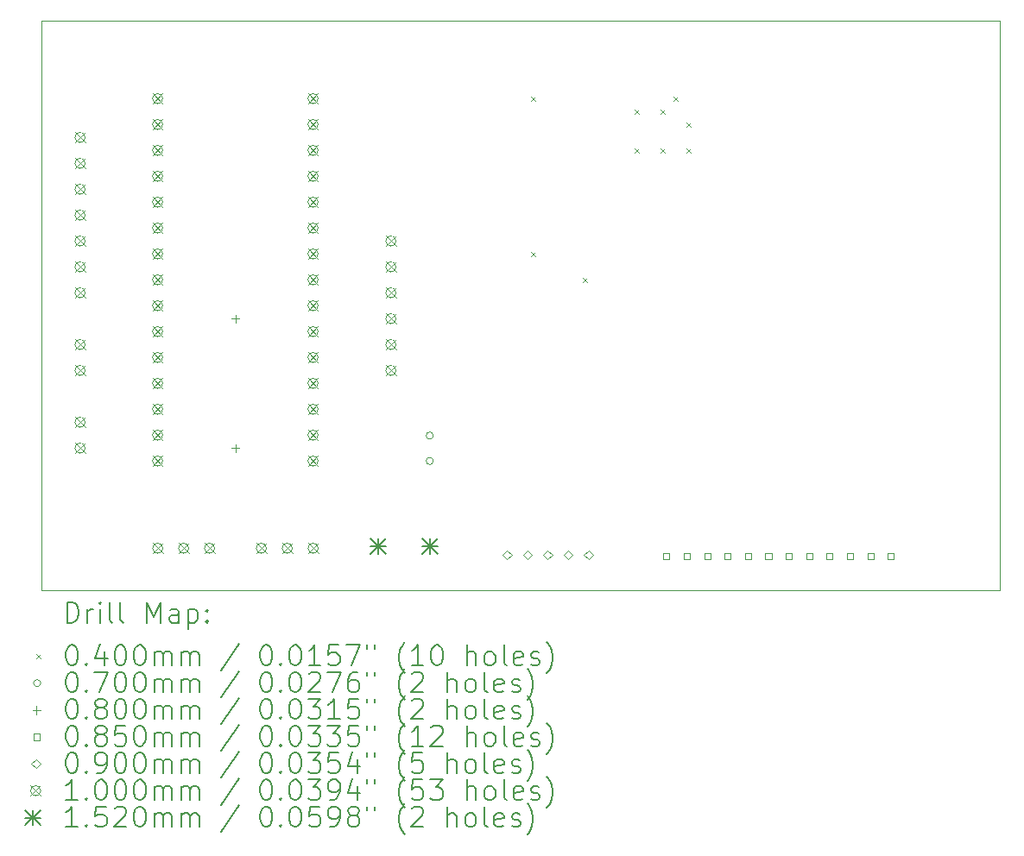
<source format=gbr>
%TF.GenerationSoftware,KiCad,Pcbnew,(6.0.8)*%
%TF.CreationDate,2023-02-04T19:59:25+01:00*%
%TF.ProjectId,Research Prototype,52657365-6172-4636-9820-50726f746f74,rev?*%
%TF.SameCoordinates,Original*%
%TF.FileFunction,Drillmap*%
%TF.FilePolarity,Positive*%
%FSLAX45Y45*%
G04 Gerber Fmt 4.5, Leading zero omitted, Abs format (unit mm)*
G04 Created by KiCad (PCBNEW (6.0.8)) date 2023-02-04 19:59:25*
%MOMM*%
%LPD*%
G01*
G04 APERTURE LIST*
%ADD10C,0.100000*%
%ADD11C,0.200000*%
%ADD12C,0.040000*%
%ADD13C,0.070000*%
%ADD14C,0.080000*%
%ADD15C,0.085000*%
%ADD16C,0.090000*%
%ADD17C,0.152000*%
G04 APERTURE END LIST*
D10*
X21082000Y-10160000D02*
X11684000Y-10160000D01*
X11684000Y-10160000D02*
X11684000Y-4572000D01*
X21082000Y-4572000D02*
X21082000Y-10160000D01*
X11684000Y-4572000D02*
X21082000Y-4572000D01*
D11*
D12*
X16490000Y-5314000D02*
X16530000Y-5354000D01*
X16530000Y-5314000D02*
X16490000Y-5354000D01*
X16490000Y-6838000D02*
X16530000Y-6878000D01*
X16530000Y-6838000D02*
X16490000Y-6878000D01*
X16998000Y-7092000D02*
X17038000Y-7132000D01*
X17038000Y-7092000D02*
X16998000Y-7132000D01*
X17506000Y-5441000D02*
X17546000Y-5481000D01*
X17546000Y-5441000D02*
X17506000Y-5481000D01*
X17506000Y-5822000D02*
X17546000Y-5862000D01*
X17546000Y-5822000D02*
X17506000Y-5862000D01*
X17760000Y-5441000D02*
X17800000Y-5481000D01*
X17800000Y-5441000D02*
X17760000Y-5481000D01*
X17760000Y-5822000D02*
X17800000Y-5862000D01*
X17800000Y-5822000D02*
X17760000Y-5862000D01*
X17887000Y-5314000D02*
X17927000Y-5354000D01*
X17927000Y-5314000D02*
X17887000Y-5354000D01*
X18014000Y-5568000D02*
X18054000Y-5608000D01*
X18054000Y-5568000D02*
X18014000Y-5608000D01*
X18014000Y-5822000D02*
X18054000Y-5862000D01*
X18054000Y-5822000D02*
X18014000Y-5862000D01*
D13*
X15529000Y-8640000D02*
G75*
G03*
X15529000Y-8640000I-35000J0D01*
G01*
X15529000Y-8890000D02*
G75*
G03*
X15529000Y-8890000I-35000J0D01*
G01*
D14*
X13589000Y-7453000D02*
X13589000Y-7533000D01*
X13549000Y-7493000D02*
X13629000Y-7493000D01*
X13589000Y-8723000D02*
X13589000Y-8803000D01*
X13549000Y-8763000D02*
X13629000Y-8763000D01*
D15*
X17845252Y-9854452D02*
X17845252Y-9794348D01*
X17785148Y-9794348D01*
X17785148Y-9854452D01*
X17845252Y-9854452D01*
X18045252Y-9854452D02*
X18045252Y-9794348D01*
X17985148Y-9794348D01*
X17985148Y-9854452D01*
X18045252Y-9854452D01*
X18245252Y-9854452D02*
X18245252Y-9794348D01*
X18185148Y-9794348D01*
X18185148Y-9854452D01*
X18245252Y-9854452D01*
X18445252Y-9854452D02*
X18445252Y-9794348D01*
X18385148Y-9794348D01*
X18385148Y-9854452D01*
X18445252Y-9854452D01*
X18645252Y-9854452D02*
X18645252Y-9794348D01*
X18585148Y-9794348D01*
X18585148Y-9854452D01*
X18645252Y-9854452D01*
X18845252Y-9854452D02*
X18845252Y-9794348D01*
X18785148Y-9794348D01*
X18785148Y-9854452D01*
X18845252Y-9854452D01*
X19045252Y-9854452D02*
X19045252Y-9794348D01*
X18985148Y-9794348D01*
X18985148Y-9854452D01*
X19045252Y-9854452D01*
X19245252Y-9854452D02*
X19245252Y-9794348D01*
X19185148Y-9794348D01*
X19185148Y-9854452D01*
X19245252Y-9854452D01*
X19445252Y-9854452D02*
X19445252Y-9794348D01*
X19385148Y-9794348D01*
X19385148Y-9854452D01*
X19445252Y-9854452D01*
X19645252Y-9854452D02*
X19645252Y-9794348D01*
X19585148Y-9794348D01*
X19585148Y-9854452D01*
X19645252Y-9854452D01*
X19845252Y-9854452D02*
X19845252Y-9794348D01*
X19785148Y-9794348D01*
X19785148Y-9854452D01*
X19845252Y-9854452D01*
X20045252Y-9854452D02*
X20045252Y-9794348D01*
X19985148Y-9794348D01*
X19985148Y-9854452D01*
X20045252Y-9854452D01*
D16*
X16252000Y-9854800D02*
X16297000Y-9809800D01*
X16252000Y-9764800D01*
X16207000Y-9809800D01*
X16252000Y-9854800D01*
X16452000Y-9854800D02*
X16497000Y-9809800D01*
X16452000Y-9764800D01*
X16407000Y-9809800D01*
X16452000Y-9854800D01*
X16652000Y-9854800D02*
X16697000Y-9809800D01*
X16652000Y-9764800D01*
X16607000Y-9809800D01*
X16652000Y-9854800D01*
X16852000Y-9854800D02*
X16897000Y-9809800D01*
X16852000Y-9764800D01*
X16807000Y-9809800D01*
X16852000Y-9854800D01*
X17052000Y-9854800D02*
X17097000Y-9809800D01*
X17052000Y-9764800D01*
X17007000Y-9809800D01*
X17052000Y-9854800D01*
D10*
X12015000Y-5665000D02*
X12115000Y-5765000D01*
X12115000Y-5665000D02*
X12015000Y-5765000D01*
X12115000Y-5715000D02*
G75*
G03*
X12115000Y-5715000I-50000J0D01*
G01*
X12015000Y-5919000D02*
X12115000Y-6019000D01*
X12115000Y-5919000D02*
X12015000Y-6019000D01*
X12115000Y-5969000D02*
G75*
G03*
X12115000Y-5969000I-50000J0D01*
G01*
X12015000Y-6173000D02*
X12115000Y-6273000D01*
X12115000Y-6173000D02*
X12015000Y-6273000D01*
X12115000Y-6223000D02*
G75*
G03*
X12115000Y-6223000I-50000J0D01*
G01*
X12015000Y-6427000D02*
X12115000Y-6527000D01*
X12115000Y-6427000D02*
X12015000Y-6527000D01*
X12115000Y-6477000D02*
G75*
G03*
X12115000Y-6477000I-50000J0D01*
G01*
X12015000Y-6681000D02*
X12115000Y-6781000D01*
X12115000Y-6681000D02*
X12015000Y-6781000D01*
X12115000Y-6731000D02*
G75*
G03*
X12115000Y-6731000I-50000J0D01*
G01*
X12015000Y-6935000D02*
X12115000Y-7035000D01*
X12115000Y-6935000D02*
X12015000Y-7035000D01*
X12115000Y-6985000D02*
G75*
G03*
X12115000Y-6985000I-50000J0D01*
G01*
X12015000Y-7189000D02*
X12115000Y-7289000D01*
X12115000Y-7189000D02*
X12015000Y-7289000D01*
X12115000Y-7239000D02*
G75*
G03*
X12115000Y-7239000I-50000J0D01*
G01*
X12015000Y-7697000D02*
X12115000Y-7797000D01*
X12115000Y-7697000D02*
X12015000Y-7797000D01*
X12115000Y-7747000D02*
G75*
G03*
X12115000Y-7747000I-50000J0D01*
G01*
X12015000Y-7951000D02*
X12115000Y-8051000D01*
X12115000Y-7951000D02*
X12015000Y-8051000D01*
X12115000Y-8001000D02*
G75*
G03*
X12115000Y-8001000I-50000J0D01*
G01*
X12015000Y-8459000D02*
X12115000Y-8559000D01*
X12115000Y-8459000D02*
X12015000Y-8559000D01*
X12115000Y-8509000D02*
G75*
G03*
X12115000Y-8509000I-50000J0D01*
G01*
X12015000Y-8713000D02*
X12115000Y-8813000D01*
X12115000Y-8713000D02*
X12015000Y-8813000D01*
X12115000Y-8763000D02*
G75*
G03*
X12115000Y-8763000I-50000J0D01*
G01*
X12776000Y-5284000D02*
X12876000Y-5384000D01*
X12876000Y-5284000D02*
X12776000Y-5384000D01*
X12876000Y-5334000D02*
G75*
G03*
X12876000Y-5334000I-50000J0D01*
G01*
X12776000Y-5538000D02*
X12876000Y-5638000D01*
X12876000Y-5538000D02*
X12776000Y-5638000D01*
X12876000Y-5588000D02*
G75*
G03*
X12876000Y-5588000I-50000J0D01*
G01*
X12776000Y-5792000D02*
X12876000Y-5892000D01*
X12876000Y-5792000D02*
X12776000Y-5892000D01*
X12876000Y-5842000D02*
G75*
G03*
X12876000Y-5842000I-50000J0D01*
G01*
X12776000Y-6046000D02*
X12876000Y-6146000D01*
X12876000Y-6046000D02*
X12776000Y-6146000D01*
X12876000Y-6096000D02*
G75*
G03*
X12876000Y-6096000I-50000J0D01*
G01*
X12776000Y-6300000D02*
X12876000Y-6400000D01*
X12876000Y-6300000D02*
X12776000Y-6400000D01*
X12876000Y-6350000D02*
G75*
G03*
X12876000Y-6350000I-50000J0D01*
G01*
X12776000Y-6554000D02*
X12876000Y-6654000D01*
X12876000Y-6554000D02*
X12776000Y-6654000D01*
X12876000Y-6604000D02*
G75*
G03*
X12876000Y-6604000I-50000J0D01*
G01*
X12776000Y-6808000D02*
X12876000Y-6908000D01*
X12876000Y-6808000D02*
X12776000Y-6908000D01*
X12876000Y-6858000D02*
G75*
G03*
X12876000Y-6858000I-50000J0D01*
G01*
X12776000Y-7062000D02*
X12876000Y-7162000D01*
X12876000Y-7062000D02*
X12776000Y-7162000D01*
X12876000Y-7112000D02*
G75*
G03*
X12876000Y-7112000I-50000J0D01*
G01*
X12776000Y-7316000D02*
X12876000Y-7416000D01*
X12876000Y-7316000D02*
X12776000Y-7416000D01*
X12876000Y-7366000D02*
G75*
G03*
X12876000Y-7366000I-50000J0D01*
G01*
X12776000Y-7570000D02*
X12876000Y-7670000D01*
X12876000Y-7570000D02*
X12776000Y-7670000D01*
X12876000Y-7620000D02*
G75*
G03*
X12876000Y-7620000I-50000J0D01*
G01*
X12776000Y-7824000D02*
X12876000Y-7924000D01*
X12876000Y-7824000D02*
X12776000Y-7924000D01*
X12876000Y-7874000D02*
G75*
G03*
X12876000Y-7874000I-50000J0D01*
G01*
X12776000Y-8078000D02*
X12876000Y-8178000D01*
X12876000Y-8078000D02*
X12776000Y-8178000D01*
X12876000Y-8128000D02*
G75*
G03*
X12876000Y-8128000I-50000J0D01*
G01*
X12776000Y-8332000D02*
X12876000Y-8432000D01*
X12876000Y-8332000D02*
X12776000Y-8432000D01*
X12876000Y-8382000D02*
G75*
G03*
X12876000Y-8382000I-50000J0D01*
G01*
X12776000Y-8586000D02*
X12876000Y-8686000D01*
X12876000Y-8586000D02*
X12776000Y-8686000D01*
X12876000Y-8636000D02*
G75*
G03*
X12876000Y-8636000I-50000J0D01*
G01*
X12776000Y-8840000D02*
X12876000Y-8940000D01*
X12876000Y-8840000D02*
X12776000Y-8940000D01*
X12876000Y-8890000D02*
G75*
G03*
X12876000Y-8890000I-50000J0D01*
G01*
X12777000Y-9696100D02*
X12877000Y-9796100D01*
X12877000Y-9696100D02*
X12777000Y-9796100D01*
X12877000Y-9746100D02*
G75*
G03*
X12877000Y-9746100I-50000J0D01*
G01*
X13031000Y-9696100D02*
X13131000Y-9796100D01*
X13131000Y-9696100D02*
X13031000Y-9796100D01*
X13131000Y-9746100D02*
G75*
G03*
X13131000Y-9746100I-50000J0D01*
G01*
X13285000Y-9696100D02*
X13385000Y-9796100D01*
X13385000Y-9696100D02*
X13285000Y-9796100D01*
X13385000Y-9746100D02*
G75*
G03*
X13385000Y-9746100I-50000J0D01*
G01*
X13793000Y-9696100D02*
X13893000Y-9796100D01*
X13893000Y-9696100D02*
X13793000Y-9796100D01*
X13893000Y-9746100D02*
G75*
G03*
X13893000Y-9746100I-50000J0D01*
G01*
X14047000Y-9696100D02*
X14147000Y-9796100D01*
X14147000Y-9696100D02*
X14047000Y-9796100D01*
X14147000Y-9746100D02*
G75*
G03*
X14147000Y-9746100I-50000J0D01*
G01*
X14300000Y-5284000D02*
X14400000Y-5384000D01*
X14400000Y-5284000D02*
X14300000Y-5384000D01*
X14400000Y-5334000D02*
G75*
G03*
X14400000Y-5334000I-50000J0D01*
G01*
X14300000Y-5538000D02*
X14400000Y-5638000D01*
X14400000Y-5538000D02*
X14300000Y-5638000D01*
X14400000Y-5588000D02*
G75*
G03*
X14400000Y-5588000I-50000J0D01*
G01*
X14300000Y-5792000D02*
X14400000Y-5892000D01*
X14400000Y-5792000D02*
X14300000Y-5892000D01*
X14400000Y-5842000D02*
G75*
G03*
X14400000Y-5842000I-50000J0D01*
G01*
X14300000Y-6046000D02*
X14400000Y-6146000D01*
X14400000Y-6046000D02*
X14300000Y-6146000D01*
X14400000Y-6096000D02*
G75*
G03*
X14400000Y-6096000I-50000J0D01*
G01*
X14300000Y-6300000D02*
X14400000Y-6400000D01*
X14400000Y-6300000D02*
X14300000Y-6400000D01*
X14400000Y-6350000D02*
G75*
G03*
X14400000Y-6350000I-50000J0D01*
G01*
X14300000Y-6554000D02*
X14400000Y-6654000D01*
X14400000Y-6554000D02*
X14300000Y-6654000D01*
X14400000Y-6604000D02*
G75*
G03*
X14400000Y-6604000I-50000J0D01*
G01*
X14300000Y-6808000D02*
X14400000Y-6908000D01*
X14400000Y-6808000D02*
X14300000Y-6908000D01*
X14400000Y-6858000D02*
G75*
G03*
X14400000Y-6858000I-50000J0D01*
G01*
X14300000Y-7062000D02*
X14400000Y-7162000D01*
X14400000Y-7062000D02*
X14300000Y-7162000D01*
X14400000Y-7112000D02*
G75*
G03*
X14400000Y-7112000I-50000J0D01*
G01*
X14300000Y-7316000D02*
X14400000Y-7416000D01*
X14400000Y-7316000D02*
X14300000Y-7416000D01*
X14400000Y-7366000D02*
G75*
G03*
X14400000Y-7366000I-50000J0D01*
G01*
X14300000Y-7570000D02*
X14400000Y-7670000D01*
X14400000Y-7570000D02*
X14300000Y-7670000D01*
X14400000Y-7620000D02*
G75*
G03*
X14400000Y-7620000I-50000J0D01*
G01*
X14300000Y-7824000D02*
X14400000Y-7924000D01*
X14400000Y-7824000D02*
X14300000Y-7924000D01*
X14400000Y-7874000D02*
G75*
G03*
X14400000Y-7874000I-50000J0D01*
G01*
X14300000Y-8078000D02*
X14400000Y-8178000D01*
X14400000Y-8078000D02*
X14300000Y-8178000D01*
X14400000Y-8128000D02*
G75*
G03*
X14400000Y-8128000I-50000J0D01*
G01*
X14300000Y-8332000D02*
X14400000Y-8432000D01*
X14400000Y-8332000D02*
X14300000Y-8432000D01*
X14400000Y-8382000D02*
G75*
G03*
X14400000Y-8382000I-50000J0D01*
G01*
X14300000Y-8586000D02*
X14400000Y-8686000D01*
X14400000Y-8586000D02*
X14300000Y-8686000D01*
X14400000Y-8636000D02*
G75*
G03*
X14400000Y-8636000I-50000J0D01*
G01*
X14300000Y-8840000D02*
X14400000Y-8940000D01*
X14400000Y-8840000D02*
X14300000Y-8940000D01*
X14400000Y-8890000D02*
G75*
G03*
X14400000Y-8890000I-50000J0D01*
G01*
X14301000Y-9696100D02*
X14401000Y-9796100D01*
X14401000Y-9696100D02*
X14301000Y-9796100D01*
X14401000Y-9746100D02*
G75*
G03*
X14401000Y-9746100I-50000J0D01*
G01*
X15063000Y-6681000D02*
X15163000Y-6781000D01*
X15163000Y-6681000D02*
X15063000Y-6781000D01*
X15163000Y-6731000D02*
G75*
G03*
X15163000Y-6731000I-50000J0D01*
G01*
X15063000Y-6935000D02*
X15163000Y-7035000D01*
X15163000Y-6935000D02*
X15063000Y-7035000D01*
X15163000Y-6985000D02*
G75*
G03*
X15163000Y-6985000I-50000J0D01*
G01*
X15063000Y-7189000D02*
X15163000Y-7289000D01*
X15163000Y-7189000D02*
X15063000Y-7289000D01*
X15163000Y-7239000D02*
G75*
G03*
X15163000Y-7239000I-50000J0D01*
G01*
X15063000Y-7443000D02*
X15163000Y-7543000D01*
X15163000Y-7443000D02*
X15063000Y-7543000D01*
X15163000Y-7493000D02*
G75*
G03*
X15163000Y-7493000I-50000J0D01*
G01*
X15063000Y-7697000D02*
X15163000Y-7797000D01*
X15163000Y-7697000D02*
X15063000Y-7797000D01*
X15163000Y-7747000D02*
G75*
G03*
X15163000Y-7747000I-50000J0D01*
G01*
X15063000Y-7951000D02*
X15163000Y-8051000D01*
X15163000Y-7951000D02*
X15063000Y-8051000D01*
X15163000Y-8001000D02*
G75*
G03*
X15163000Y-8001000I-50000J0D01*
G01*
D17*
X14910000Y-9652200D02*
X15062000Y-9804200D01*
X15062000Y-9652200D02*
X14910000Y-9804200D01*
X14986000Y-9652200D02*
X14986000Y-9804200D01*
X14910000Y-9728200D02*
X15062000Y-9728200D01*
X15418000Y-9652200D02*
X15570000Y-9804200D01*
X15570000Y-9652200D02*
X15418000Y-9804200D01*
X15494000Y-9652200D02*
X15494000Y-9804200D01*
X15418000Y-9728200D02*
X15570000Y-9728200D01*
D11*
X11936619Y-10475476D02*
X11936619Y-10275476D01*
X11984238Y-10275476D01*
X12012809Y-10285000D01*
X12031857Y-10304048D01*
X12041381Y-10323095D01*
X12050905Y-10361190D01*
X12050905Y-10389762D01*
X12041381Y-10427857D01*
X12031857Y-10446905D01*
X12012809Y-10465952D01*
X11984238Y-10475476D01*
X11936619Y-10475476D01*
X12136619Y-10475476D02*
X12136619Y-10342143D01*
X12136619Y-10380238D02*
X12146143Y-10361190D01*
X12155667Y-10351667D01*
X12174714Y-10342143D01*
X12193762Y-10342143D01*
X12260428Y-10475476D02*
X12260428Y-10342143D01*
X12260428Y-10275476D02*
X12250905Y-10285000D01*
X12260428Y-10294524D01*
X12269952Y-10285000D01*
X12260428Y-10275476D01*
X12260428Y-10294524D01*
X12384238Y-10475476D02*
X12365190Y-10465952D01*
X12355667Y-10446905D01*
X12355667Y-10275476D01*
X12489000Y-10475476D02*
X12469952Y-10465952D01*
X12460428Y-10446905D01*
X12460428Y-10275476D01*
X12717571Y-10475476D02*
X12717571Y-10275476D01*
X12784238Y-10418333D01*
X12850905Y-10275476D01*
X12850905Y-10475476D01*
X13031857Y-10475476D02*
X13031857Y-10370714D01*
X13022333Y-10351667D01*
X13003286Y-10342143D01*
X12965190Y-10342143D01*
X12946143Y-10351667D01*
X13031857Y-10465952D02*
X13012809Y-10475476D01*
X12965190Y-10475476D01*
X12946143Y-10465952D01*
X12936619Y-10446905D01*
X12936619Y-10427857D01*
X12946143Y-10408810D01*
X12965190Y-10399286D01*
X13012809Y-10399286D01*
X13031857Y-10389762D01*
X13127095Y-10342143D02*
X13127095Y-10542143D01*
X13127095Y-10351667D02*
X13146143Y-10342143D01*
X13184238Y-10342143D01*
X13203286Y-10351667D01*
X13212809Y-10361190D01*
X13222333Y-10380238D01*
X13222333Y-10437381D01*
X13212809Y-10456429D01*
X13203286Y-10465952D01*
X13184238Y-10475476D01*
X13146143Y-10475476D01*
X13127095Y-10465952D01*
X13308048Y-10456429D02*
X13317571Y-10465952D01*
X13308048Y-10475476D01*
X13298524Y-10465952D01*
X13308048Y-10456429D01*
X13308048Y-10475476D01*
X13308048Y-10351667D02*
X13317571Y-10361190D01*
X13308048Y-10370714D01*
X13298524Y-10361190D01*
X13308048Y-10351667D01*
X13308048Y-10370714D01*
D12*
X11639000Y-10785000D02*
X11679000Y-10825000D01*
X11679000Y-10785000D02*
X11639000Y-10825000D01*
D11*
X11974714Y-10695476D02*
X11993762Y-10695476D01*
X12012809Y-10705000D01*
X12022333Y-10714524D01*
X12031857Y-10733571D01*
X12041381Y-10771667D01*
X12041381Y-10819286D01*
X12031857Y-10857381D01*
X12022333Y-10876429D01*
X12012809Y-10885952D01*
X11993762Y-10895476D01*
X11974714Y-10895476D01*
X11955667Y-10885952D01*
X11946143Y-10876429D01*
X11936619Y-10857381D01*
X11927095Y-10819286D01*
X11927095Y-10771667D01*
X11936619Y-10733571D01*
X11946143Y-10714524D01*
X11955667Y-10705000D01*
X11974714Y-10695476D01*
X12127095Y-10876429D02*
X12136619Y-10885952D01*
X12127095Y-10895476D01*
X12117571Y-10885952D01*
X12127095Y-10876429D01*
X12127095Y-10895476D01*
X12308048Y-10762143D02*
X12308048Y-10895476D01*
X12260428Y-10685952D02*
X12212809Y-10828810D01*
X12336619Y-10828810D01*
X12450905Y-10695476D02*
X12469952Y-10695476D01*
X12489000Y-10705000D01*
X12498524Y-10714524D01*
X12508048Y-10733571D01*
X12517571Y-10771667D01*
X12517571Y-10819286D01*
X12508048Y-10857381D01*
X12498524Y-10876429D01*
X12489000Y-10885952D01*
X12469952Y-10895476D01*
X12450905Y-10895476D01*
X12431857Y-10885952D01*
X12422333Y-10876429D01*
X12412809Y-10857381D01*
X12403286Y-10819286D01*
X12403286Y-10771667D01*
X12412809Y-10733571D01*
X12422333Y-10714524D01*
X12431857Y-10705000D01*
X12450905Y-10695476D01*
X12641381Y-10695476D02*
X12660428Y-10695476D01*
X12679476Y-10705000D01*
X12689000Y-10714524D01*
X12698524Y-10733571D01*
X12708048Y-10771667D01*
X12708048Y-10819286D01*
X12698524Y-10857381D01*
X12689000Y-10876429D01*
X12679476Y-10885952D01*
X12660428Y-10895476D01*
X12641381Y-10895476D01*
X12622333Y-10885952D01*
X12612809Y-10876429D01*
X12603286Y-10857381D01*
X12593762Y-10819286D01*
X12593762Y-10771667D01*
X12603286Y-10733571D01*
X12612809Y-10714524D01*
X12622333Y-10705000D01*
X12641381Y-10695476D01*
X12793762Y-10895476D02*
X12793762Y-10762143D01*
X12793762Y-10781190D02*
X12803286Y-10771667D01*
X12822333Y-10762143D01*
X12850905Y-10762143D01*
X12869952Y-10771667D01*
X12879476Y-10790714D01*
X12879476Y-10895476D01*
X12879476Y-10790714D02*
X12889000Y-10771667D01*
X12908048Y-10762143D01*
X12936619Y-10762143D01*
X12955667Y-10771667D01*
X12965190Y-10790714D01*
X12965190Y-10895476D01*
X13060428Y-10895476D02*
X13060428Y-10762143D01*
X13060428Y-10781190D02*
X13069952Y-10771667D01*
X13089000Y-10762143D01*
X13117571Y-10762143D01*
X13136619Y-10771667D01*
X13146143Y-10790714D01*
X13146143Y-10895476D01*
X13146143Y-10790714D02*
X13155667Y-10771667D01*
X13174714Y-10762143D01*
X13203286Y-10762143D01*
X13222333Y-10771667D01*
X13231857Y-10790714D01*
X13231857Y-10895476D01*
X13622333Y-10685952D02*
X13450905Y-10943095D01*
X13879476Y-10695476D02*
X13898524Y-10695476D01*
X13917571Y-10705000D01*
X13927095Y-10714524D01*
X13936619Y-10733571D01*
X13946143Y-10771667D01*
X13946143Y-10819286D01*
X13936619Y-10857381D01*
X13927095Y-10876429D01*
X13917571Y-10885952D01*
X13898524Y-10895476D01*
X13879476Y-10895476D01*
X13860428Y-10885952D01*
X13850905Y-10876429D01*
X13841381Y-10857381D01*
X13831857Y-10819286D01*
X13831857Y-10771667D01*
X13841381Y-10733571D01*
X13850905Y-10714524D01*
X13860428Y-10705000D01*
X13879476Y-10695476D01*
X14031857Y-10876429D02*
X14041381Y-10885952D01*
X14031857Y-10895476D01*
X14022333Y-10885952D01*
X14031857Y-10876429D01*
X14031857Y-10895476D01*
X14165190Y-10695476D02*
X14184238Y-10695476D01*
X14203286Y-10705000D01*
X14212809Y-10714524D01*
X14222333Y-10733571D01*
X14231857Y-10771667D01*
X14231857Y-10819286D01*
X14222333Y-10857381D01*
X14212809Y-10876429D01*
X14203286Y-10885952D01*
X14184238Y-10895476D01*
X14165190Y-10895476D01*
X14146143Y-10885952D01*
X14136619Y-10876429D01*
X14127095Y-10857381D01*
X14117571Y-10819286D01*
X14117571Y-10771667D01*
X14127095Y-10733571D01*
X14136619Y-10714524D01*
X14146143Y-10705000D01*
X14165190Y-10695476D01*
X14422333Y-10895476D02*
X14308048Y-10895476D01*
X14365190Y-10895476D02*
X14365190Y-10695476D01*
X14346143Y-10724048D01*
X14327095Y-10743095D01*
X14308048Y-10752619D01*
X14603286Y-10695476D02*
X14508048Y-10695476D01*
X14498524Y-10790714D01*
X14508048Y-10781190D01*
X14527095Y-10771667D01*
X14574714Y-10771667D01*
X14593762Y-10781190D01*
X14603286Y-10790714D01*
X14612809Y-10809762D01*
X14612809Y-10857381D01*
X14603286Y-10876429D01*
X14593762Y-10885952D01*
X14574714Y-10895476D01*
X14527095Y-10895476D01*
X14508048Y-10885952D01*
X14498524Y-10876429D01*
X14679476Y-10695476D02*
X14812809Y-10695476D01*
X14727095Y-10895476D01*
X14879476Y-10695476D02*
X14879476Y-10733571D01*
X14955667Y-10695476D02*
X14955667Y-10733571D01*
X15250905Y-10971667D02*
X15241381Y-10962143D01*
X15222333Y-10933571D01*
X15212809Y-10914524D01*
X15203286Y-10885952D01*
X15193762Y-10838333D01*
X15193762Y-10800238D01*
X15203286Y-10752619D01*
X15212809Y-10724048D01*
X15222333Y-10705000D01*
X15241381Y-10676429D01*
X15250905Y-10666905D01*
X15431857Y-10895476D02*
X15317571Y-10895476D01*
X15374714Y-10895476D02*
X15374714Y-10695476D01*
X15355667Y-10724048D01*
X15336619Y-10743095D01*
X15317571Y-10752619D01*
X15555667Y-10695476D02*
X15574714Y-10695476D01*
X15593762Y-10705000D01*
X15603286Y-10714524D01*
X15612809Y-10733571D01*
X15622333Y-10771667D01*
X15622333Y-10819286D01*
X15612809Y-10857381D01*
X15603286Y-10876429D01*
X15593762Y-10885952D01*
X15574714Y-10895476D01*
X15555667Y-10895476D01*
X15536619Y-10885952D01*
X15527095Y-10876429D01*
X15517571Y-10857381D01*
X15508048Y-10819286D01*
X15508048Y-10771667D01*
X15517571Y-10733571D01*
X15527095Y-10714524D01*
X15536619Y-10705000D01*
X15555667Y-10695476D01*
X15860428Y-10895476D02*
X15860428Y-10695476D01*
X15946143Y-10895476D02*
X15946143Y-10790714D01*
X15936619Y-10771667D01*
X15917571Y-10762143D01*
X15889000Y-10762143D01*
X15869952Y-10771667D01*
X15860428Y-10781190D01*
X16069952Y-10895476D02*
X16050905Y-10885952D01*
X16041381Y-10876429D01*
X16031857Y-10857381D01*
X16031857Y-10800238D01*
X16041381Y-10781190D01*
X16050905Y-10771667D01*
X16069952Y-10762143D01*
X16098524Y-10762143D01*
X16117571Y-10771667D01*
X16127095Y-10781190D01*
X16136619Y-10800238D01*
X16136619Y-10857381D01*
X16127095Y-10876429D01*
X16117571Y-10885952D01*
X16098524Y-10895476D01*
X16069952Y-10895476D01*
X16250905Y-10895476D02*
X16231857Y-10885952D01*
X16222333Y-10866905D01*
X16222333Y-10695476D01*
X16403286Y-10885952D02*
X16384238Y-10895476D01*
X16346143Y-10895476D01*
X16327095Y-10885952D01*
X16317571Y-10866905D01*
X16317571Y-10790714D01*
X16327095Y-10771667D01*
X16346143Y-10762143D01*
X16384238Y-10762143D01*
X16403286Y-10771667D01*
X16412809Y-10790714D01*
X16412809Y-10809762D01*
X16317571Y-10828810D01*
X16489000Y-10885952D02*
X16508048Y-10895476D01*
X16546143Y-10895476D01*
X16565190Y-10885952D01*
X16574714Y-10866905D01*
X16574714Y-10857381D01*
X16565190Y-10838333D01*
X16546143Y-10828810D01*
X16517571Y-10828810D01*
X16498524Y-10819286D01*
X16489000Y-10800238D01*
X16489000Y-10790714D01*
X16498524Y-10771667D01*
X16517571Y-10762143D01*
X16546143Y-10762143D01*
X16565190Y-10771667D01*
X16641381Y-10971667D02*
X16650905Y-10962143D01*
X16669952Y-10933571D01*
X16679476Y-10914524D01*
X16689000Y-10885952D01*
X16698524Y-10838333D01*
X16698524Y-10800238D01*
X16689000Y-10752619D01*
X16679476Y-10724048D01*
X16669952Y-10705000D01*
X16650905Y-10676429D01*
X16641381Y-10666905D01*
D13*
X11679000Y-11069000D02*
G75*
G03*
X11679000Y-11069000I-35000J0D01*
G01*
D11*
X11974714Y-10959476D02*
X11993762Y-10959476D01*
X12012809Y-10969000D01*
X12022333Y-10978524D01*
X12031857Y-10997571D01*
X12041381Y-11035667D01*
X12041381Y-11083286D01*
X12031857Y-11121381D01*
X12022333Y-11140429D01*
X12012809Y-11149952D01*
X11993762Y-11159476D01*
X11974714Y-11159476D01*
X11955667Y-11149952D01*
X11946143Y-11140429D01*
X11936619Y-11121381D01*
X11927095Y-11083286D01*
X11927095Y-11035667D01*
X11936619Y-10997571D01*
X11946143Y-10978524D01*
X11955667Y-10969000D01*
X11974714Y-10959476D01*
X12127095Y-11140429D02*
X12136619Y-11149952D01*
X12127095Y-11159476D01*
X12117571Y-11149952D01*
X12127095Y-11140429D01*
X12127095Y-11159476D01*
X12203286Y-10959476D02*
X12336619Y-10959476D01*
X12250905Y-11159476D01*
X12450905Y-10959476D02*
X12469952Y-10959476D01*
X12489000Y-10969000D01*
X12498524Y-10978524D01*
X12508048Y-10997571D01*
X12517571Y-11035667D01*
X12517571Y-11083286D01*
X12508048Y-11121381D01*
X12498524Y-11140429D01*
X12489000Y-11149952D01*
X12469952Y-11159476D01*
X12450905Y-11159476D01*
X12431857Y-11149952D01*
X12422333Y-11140429D01*
X12412809Y-11121381D01*
X12403286Y-11083286D01*
X12403286Y-11035667D01*
X12412809Y-10997571D01*
X12422333Y-10978524D01*
X12431857Y-10969000D01*
X12450905Y-10959476D01*
X12641381Y-10959476D02*
X12660428Y-10959476D01*
X12679476Y-10969000D01*
X12689000Y-10978524D01*
X12698524Y-10997571D01*
X12708048Y-11035667D01*
X12708048Y-11083286D01*
X12698524Y-11121381D01*
X12689000Y-11140429D01*
X12679476Y-11149952D01*
X12660428Y-11159476D01*
X12641381Y-11159476D01*
X12622333Y-11149952D01*
X12612809Y-11140429D01*
X12603286Y-11121381D01*
X12593762Y-11083286D01*
X12593762Y-11035667D01*
X12603286Y-10997571D01*
X12612809Y-10978524D01*
X12622333Y-10969000D01*
X12641381Y-10959476D01*
X12793762Y-11159476D02*
X12793762Y-11026143D01*
X12793762Y-11045190D02*
X12803286Y-11035667D01*
X12822333Y-11026143D01*
X12850905Y-11026143D01*
X12869952Y-11035667D01*
X12879476Y-11054714D01*
X12879476Y-11159476D01*
X12879476Y-11054714D02*
X12889000Y-11035667D01*
X12908048Y-11026143D01*
X12936619Y-11026143D01*
X12955667Y-11035667D01*
X12965190Y-11054714D01*
X12965190Y-11159476D01*
X13060428Y-11159476D02*
X13060428Y-11026143D01*
X13060428Y-11045190D02*
X13069952Y-11035667D01*
X13089000Y-11026143D01*
X13117571Y-11026143D01*
X13136619Y-11035667D01*
X13146143Y-11054714D01*
X13146143Y-11159476D01*
X13146143Y-11054714D02*
X13155667Y-11035667D01*
X13174714Y-11026143D01*
X13203286Y-11026143D01*
X13222333Y-11035667D01*
X13231857Y-11054714D01*
X13231857Y-11159476D01*
X13622333Y-10949952D02*
X13450905Y-11207095D01*
X13879476Y-10959476D02*
X13898524Y-10959476D01*
X13917571Y-10969000D01*
X13927095Y-10978524D01*
X13936619Y-10997571D01*
X13946143Y-11035667D01*
X13946143Y-11083286D01*
X13936619Y-11121381D01*
X13927095Y-11140429D01*
X13917571Y-11149952D01*
X13898524Y-11159476D01*
X13879476Y-11159476D01*
X13860428Y-11149952D01*
X13850905Y-11140429D01*
X13841381Y-11121381D01*
X13831857Y-11083286D01*
X13831857Y-11035667D01*
X13841381Y-10997571D01*
X13850905Y-10978524D01*
X13860428Y-10969000D01*
X13879476Y-10959476D01*
X14031857Y-11140429D02*
X14041381Y-11149952D01*
X14031857Y-11159476D01*
X14022333Y-11149952D01*
X14031857Y-11140429D01*
X14031857Y-11159476D01*
X14165190Y-10959476D02*
X14184238Y-10959476D01*
X14203286Y-10969000D01*
X14212809Y-10978524D01*
X14222333Y-10997571D01*
X14231857Y-11035667D01*
X14231857Y-11083286D01*
X14222333Y-11121381D01*
X14212809Y-11140429D01*
X14203286Y-11149952D01*
X14184238Y-11159476D01*
X14165190Y-11159476D01*
X14146143Y-11149952D01*
X14136619Y-11140429D01*
X14127095Y-11121381D01*
X14117571Y-11083286D01*
X14117571Y-11035667D01*
X14127095Y-10997571D01*
X14136619Y-10978524D01*
X14146143Y-10969000D01*
X14165190Y-10959476D01*
X14308048Y-10978524D02*
X14317571Y-10969000D01*
X14336619Y-10959476D01*
X14384238Y-10959476D01*
X14403286Y-10969000D01*
X14412809Y-10978524D01*
X14422333Y-10997571D01*
X14422333Y-11016619D01*
X14412809Y-11045190D01*
X14298524Y-11159476D01*
X14422333Y-11159476D01*
X14489000Y-10959476D02*
X14622333Y-10959476D01*
X14536619Y-11159476D01*
X14784238Y-10959476D02*
X14746143Y-10959476D01*
X14727095Y-10969000D01*
X14717571Y-10978524D01*
X14698524Y-11007095D01*
X14689000Y-11045190D01*
X14689000Y-11121381D01*
X14698524Y-11140429D01*
X14708048Y-11149952D01*
X14727095Y-11159476D01*
X14765190Y-11159476D01*
X14784238Y-11149952D01*
X14793762Y-11140429D01*
X14803286Y-11121381D01*
X14803286Y-11073762D01*
X14793762Y-11054714D01*
X14784238Y-11045190D01*
X14765190Y-11035667D01*
X14727095Y-11035667D01*
X14708048Y-11045190D01*
X14698524Y-11054714D01*
X14689000Y-11073762D01*
X14879476Y-10959476D02*
X14879476Y-10997571D01*
X14955667Y-10959476D02*
X14955667Y-10997571D01*
X15250905Y-11235667D02*
X15241381Y-11226143D01*
X15222333Y-11197571D01*
X15212809Y-11178524D01*
X15203286Y-11149952D01*
X15193762Y-11102333D01*
X15193762Y-11064238D01*
X15203286Y-11016619D01*
X15212809Y-10988048D01*
X15222333Y-10969000D01*
X15241381Y-10940429D01*
X15250905Y-10930905D01*
X15317571Y-10978524D02*
X15327095Y-10969000D01*
X15346143Y-10959476D01*
X15393762Y-10959476D01*
X15412809Y-10969000D01*
X15422333Y-10978524D01*
X15431857Y-10997571D01*
X15431857Y-11016619D01*
X15422333Y-11045190D01*
X15308048Y-11159476D01*
X15431857Y-11159476D01*
X15669952Y-11159476D02*
X15669952Y-10959476D01*
X15755667Y-11159476D02*
X15755667Y-11054714D01*
X15746143Y-11035667D01*
X15727095Y-11026143D01*
X15698524Y-11026143D01*
X15679476Y-11035667D01*
X15669952Y-11045190D01*
X15879476Y-11159476D02*
X15860428Y-11149952D01*
X15850905Y-11140429D01*
X15841381Y-11121381D01*
X15841381Y-11064238D01*
X15850905Y-11045190D01*
X15860428Y-11035667D01*
X15879476Y-11026143D01*
X15908048Y-11026143D01*
X15927095Y-11035667D01*
X15936619Y-11045190D01*
X15946143Y-11064238D01*
X15946143Y-11121381D01*
X15936619Y-11140429D01*
X15927095Y-11149952D01*
X15908048Y-11159476D01*
X15879476Y-11159476D01*
X16060428Y-11159476D02*
X16041381Y-11149952D01*
X16031857Y-11130905D01*
X16031857Y-10959476D01*
X16212809Y-11149952D02*
X16193762Y-11159476D01*
X16155667Y-11159476D01*
X16136619Y-11149952D01*
X16127095Y-11130905D01*
X16127095Y-11054714D01*
X16136619Y-11035667D01*
X16155667Y-11026143D01*
X16193762Y-11026143D01*
X16212809Y-11035667D01*
X16222333Y-11054714D01*
X16222333Y-11073762D01*
X16127095Y-11092810D01*
X16298524Y-11149952D02*
X16317571Y-11159476D01*
X16355667Y-11159476D01*
X16374714Y-11149952D01*
X16384238Y-11130905D01*
X16384238Y-11121381D01*
X16374714Y-11102333D01*
X16355667Y-11092810D01*
X16327095Y-11092810D01*
X16308048Y-11083286D01*
X16298524Y-11064238D01*
X16298524Y-11054714D01*
X16308048Y-11035667D01*
X16327095Y-11026143D01*
X16355667Y-11026143D01*
X16374714Y-11035667D01*
X16450905Y-11235667D02*
X16460428Y-11226143D01*
X16479476Y-11197571D01*
X16489000Y-11178524D01*
X16498524Y-11149952D01*
X16508048Y-11102333D01*
X16508048Y-11064238D01*
X16498524Y-11016619D01*
X16489000Y-10988048D01*
X16479476Y-10969000D01*
X16460428Y-10940429D01*
X16450905Y-10930905D01*
D14*
X11639000Y-11293000D02*
X11639000Y-11373000D01*
X11599000Y-11333000D02*
X11679000Y-11333000D01*
D11*
X11974714Y-11223476D02*
X11993762Y-11223476D01*
X12012809Y-11233000D01*
X12022333Y-11242524D01*
X12031857Y-11261571D01*
X12041381Y-11299667D01*
X12041381Y-11347286D01*
X12031857Y-11385381D01*
X12022333Y-11404428D01*
X12012809Y-11413952D01*
X11993762Y-11423476D01*
X11974714Y-11423476D01*
X11955667Y-11413952D01*
X11946143Y-11404428D01*
X11936619Y-11385381D01*
X11927095Y-11347286D01*
X11927095Y-11299667D01*
X11936619Y-11261571D01*
X11946143Y-11242524D01*
X11955667Y-11233000D01*
X11974714Y-11223476D01*
X12127095Y-11404428D02*
X12136619Y-11413952D01*
X12127095Y-11423476D01*
X12117571Y-11413952D01*
X12127095Y-11404428D01*
X12127095Y-11423476D01*
X12250905Y-11309190D02*
X12231857Y-11299667D01*
X12222333Y-11290143D01*
X12212809Y-11271095D01*
X12212809Y-11261571D01*
X12222333Y-11242524D01*
X12231857Y-11233000D01*
X12250905Y-11223476D01*
X12289000Y-11223476D01*
X12308048Y-11233000D01*
X12317571Y-11242524D01*
X12327095Y-11261571D01*
X12327095Y-11271095D01*
X12317571Y-11290143D01*
X12308048Y-11299667D01*
X12289000Y-11309190D01*
X12250905Y-11309190D01*
X12231857Y-11318714D01*
X12222333Y-11328238D01*
X12212809Y-11347286D01*
X12212809Y-11385381D01*
X12222333Y-11404428D01*
X12231857Y-11413952D01*
X12250905Y-11423476D01*
X12289000Y-11423476D01*
X12308048Y-11413952D01*
X12317571Y-11404428D01*
X12327095Y-11385381D01*
X12327095Y-11347286D01*
X12317571Y-11328238D01*
X12308048Y-11318714D01*
X12289000Y-11309190D01*
X12450905Y-11223476D02*
X12469952Y-11223476D01*
X12489000Y-11233000D01*
X12498524Y-11242524D01*
X12508048Y-11261571D01*
X12517571Y-11299667D01*
X12517571Y-11347286D01*
X12508048Y-11385381D01*
X12498524Y-11404428D01*
X12489000Y-11413952D01*
X12469952Y-11423476D01*
X12450905Y-11423476D01*
X12431857Y-11413952D01*
X12422333Y-11404428D01*
X12412809Y-11385381D01*
X12403286Y-11347286D01*
X12403286Y-11299667D01*
X12412809Y-11261571D01*
X12422333Y-11242524D01*
X12431857Y-11233000D01*
X12450905Y-11223476D01*
X12641381Y-11223476D02*
X12660428Y-11223476D01*
X12679476Y-11233000D01*
X12689000Y-11242524D01*
X12698524Y-11261571D01*
X12708048Y-11299667D01*
X12708048Y-11347286D01*
X12698524Y-11385381D01*
X12689000Y-11404428D01*
X12679476Y-11413952D01*
X12660428Y-11423476D01*
X12641381Y-11423476D01*
X12622333Y-11413952D01*
X12612809Y-11404428D01*
X12603286Y-11385381D01*
X12593762Y-11347286D01*
X12593762Y-11299667D01*
X12603286Y-11261571D01*
X12612809Y-11242524D01*
X12622333Y-11233000D01*
X12641381Y-11223476D01*
X12793762Y-11423476D02*
X12793762Y-11290143D01*
X12793762Y-11309190D02*
X12803286Y-11299667D01*
X12822333Y-11290143D01*
X12850905Y-11290143D01*
X12869952Y-11299667D01*
X12879476Y-11318714D01*
X12879476Y-11423476D01*
X12879476Y-11318714D02*
X12889000Y-11299667D01*
X12908048Y-11290143D01*
X12936619Y-11290143D01*
X12955667Y-11299667D01*
X12965190Y-11318714D01*
X12965190Y-11423476D01*
X13060428Y-11423476D02*
X13060428Y-11290143D01*
X13060428Y-11309190D02*
X13069952Y-11299667D01*
X13089000Y-11290143D01*
X13117571Y-11290143D01*
X13136619Y-11299667D01*
X13146143Y-11318714D01*
X13146143Y-11423476D01*
X13146143Y-11318714D02*
X13155667Y-11299667D01*
X13174714Y-11290143D01*
X13203286Y-11290143D01*
X13222333Y-11299667D01*
X13231857Y-11318714D01*
X13231857Y-11423476D01*
X13622333Y-11213952D02*
X13450905Y-11471095D01*
X13879476Y-11223476D02*
X13898524Y-11223476D01*
X13917571Y-11233000D01*
X13927095Y-11242524D01*
X13936619Y-11261571D01*
X13946143Y-11299667D01*
X13946143Y-11347286D01*
X13936619Y-11385381D01*
X13927095Y-11404428D01*
X13917571Y-11413952D01*
X13898524Y-11423476D01*
X13879476Y-11423476D01*
X13860428Y-11413952D01*
X13850905Y-11404428D01*
X13841381Y-11385381D01*
X13831857Y-11347286D01*
X13831857Y-11299667D01*
X13841381Y-11261571D01*
X13850905Y-11242524D01*
X13860428Y-11233000D01*
X13879476Y-11223476D01*
X14031857Y-11404428D02*
X14041381Y-11413952D01*
X14031857Y-11423476D01*
X14022333Y-11413952D01*
X14031857Y-11404428D01*
X14031857Y-11423476D01*
X14165190Y-11223476D02*
X14184238Y-11223476D01*
X14203286Y-11233000D01*
X14212809Y-11242524D01*
X14222333Y-11261571D01*
X14231857Y-11299667D01*
X14231857Y-11347286D01*
X14222333Y-11385381D01*
X14212809Y-11404428D01*
X14203286Y-11413952D01*
X14184238Y-11423476D01*
X14165190Y-11423476D01*
X14146143Y-11413952D01*
X14136619Y-11404428D01*
X14127095Y-11385381D01*
X14117571Y-11347286D01*
X14117571Y-11299667D01*
X14127095Y-11261571D01*
X14136619Y-11242524D01*
X14146143Y-11233000D01*
X14165190Y-11223476D01*
X14298524Y-11223476D02*
X14422333Y-11223476D01*
X14355667Y-11299667D01*
X14384238Y-11299667D01*
X14403286Y-11309190D01*
X14412809Y-11318714D01*
X14422333Y-11337762D01*
X14422333Y-11385381D01*
X14412809Y-11404428D01*
X14403286Y-11413952D01*
X14384238Y-11423476D01*
X14327095Y-11423476D01*
X14308048Y-11413952D01*
X14298524Y-11404428D01*
X14612809Y-11423476D02*
X14498524Y-11423476D01*
X14555667Y-11423476D02*
X14555667Y-11223476D01*
X14536619Y-11252048D01*
X14517571Y-11271095D01*
X14498524Y-11280619D01*
X14793762Y-11223476D02*
X14698524Y-11223476D01*
X14689000Y-11318714D01*
X14698524Y-11309190D01*
X14717571Y-11299667D01*
X14765190Y-11299667D01*
X14784238Y-11309190D01*
X14793762Y-11318714D01*
X14803286Y-11337762D01*
X14803286Y-11385381D01*
X14793762Y-11404428D01*
X14784238Y-11413952D01*
X14765190Y-11423476D01*
X14717571Y-11423476D01*
X14698524Y-11413952D01*
X14689000Y-11404428D01*
X14879476Y-11223476D02*
X14879476Y-11261571D01*
X14955667Y-11223476D02*
X14955667Y-11261571D01*
X15250905Y-11499667D02*
X15241381Y-11490143D01*
X15222333Y-11461571D01*
X15212809Y-11442524D01*
X15203286Y-11413952D01*
X15193762Y-11366333D01*
X15193762Y-11328238D01*
X15203286Y-11280619D01*
X15212809Y-11252048D01*
X15222333Y-11233000D01*
X15241381Y-11204428D01*
X15250905Y-11194905D01*
X15317571Y-11242524D02*
X15327095Y-11233000D01*
X15346143Y-11223476D01*
X15393762Y-11223476D01*
X15412809Y-11233000D01*
X15422333Y-11242524D01*
X15431857Y-11261571D01*
X15431857Y-11280619D01*
X15422333Y-11309190D01*
X15308048Y-11423476D01*
X15431857Y-11423476D01*
X15669952Y-11423476D02*
X15669952Y-11223476D01*
X15755667Y-11423476D02*
X15755667Y-11318714D01*
X15746143Y-11299667D01*
X15727095Y-11290143D01*
X15698524Y-11290143D01*
X15679476Y-11299667D01*
X15669952Y-11309190D01*
X15879476Y-11423476D02*
X15860428Y-11413952D01*
X15850905Y-11404428D01*
X15841381Y-11385381D01*
X15841381Y-11328238D01*
X15850905Y-11309190D01*
X15860428Y-11299667D01*
X15879476Y-11290143D01*
X15908048Y-11290143D01*
X15927095Y-11299667D01*
X15936619Y-11309190D01*
X15946143Y-11328238D01*
X15946143Y-11385381D01*
X15936619Y-11404428D01*
X15927095Y-11413952D01*
X15908048Y-11423476D01*
X15879476Y-11423476D01*
X16060428Y-11423476D02*
X16041381Y-11413952D01*
X16031857Y-11394905D01*
X16031857Y-11223476D01*
X16212809Y-11413952D02*
X16193762Y-11423476D01*
X16155667Y-11423476D01*
X16136619Y-11413952D01*
X16127095Y-11394905D01*
X16127095Y-11318714D01*
X16136619Y-11299667D01*
X16155667Y-11290143D01*
X16193762Y-11290143D01*
X16212809Y-11299667D01*
X16222333Y-11318714D01*
X16222333Y-11337762D01*
X16127095Y-11356809D01*
X16298524Y-11413952D02*
X16317571Y-11423476D01*
X16355667Y-11423476D01*
X16374714Y-11413952D01*
X16384238Y-11394905D01*
X16384238Y-11385381D01*
X16374714Y-11366333D01*
X16355667Y-11356809D01*
X16327095Y-11356809D01*
X16308048Y-11347286D01*
X16298524Y-11328238D01*
X16298524Y-11318714D01*
X16308048Y-11299667D01*
X16327095Y-11290143D01*
X16355667Y-11290143D01*
X16374714Y-11299667D01*
X16450905Y-11499667D02*
X16460428Y-11490143D01*
X16479476Y-11461571D01*
X16489000Y-11442524D01*
X16498524Y-11413952D01*
X16508048Y-11366333D01*
X16508048Y-11328238D01*
X16498524Y-11280619D01*
X16489000Y-11252048D01*
X16479476Y-11233000D01*
X16460428Y-11204428D01*
X16450905Y-11194905D01*
D15*
X11666552Y-11627052D02*
X11666552Y-11566948D01*
X11606448Y-11566948D01*
X11606448Y-11627052D01*
X11666552Y-11627052D01*
D11*
X11974714Y-11487476D02*
X11993762Y-11487476D01*
X12012809Y-11497000D01*
X12022333Y-11506524D01*
X12031857Y-11525571D01*
X12041381Y-11563667D01*
X12041381Y-11611286D01*
X12031857Y-11649381D01*
X12022333Y-11668428D01*
X12012809Y-11677952D01*
X11993762Y-11687476D01*
X11974714Y-11687476D01*
X11955667Y-11677952D01*
X11946143Y-11668428D01*
X11936619Y-11649381D01*
X11927095Y-11611286D01*
X11927095Y-11563667D01*
X11936619Y-11525571D01*
X11946143Y-11506524D01*
X11955667Y-11497000D01*
X11974714Y-11487476D01*
X12127095Y-11668428D02*
X12136619Y-11677952D01*
X12127095Y-11687476D01*
X12117571Y-11677952D01*
X12127095Y-11668428D01*
X12127095Y-11687476D01*
X12250905Y-11573190D02*
X12231857Y-11563667D01*
X12222333Y-11554143D01*
X12212809Y-11535095D01*
X12212809Y-11525571D01*
X12222333Y-11506524D01*
X12231857Y-11497000D01*
X12250905Y-11487476D01*
X12289000Y-11487476D01*
X12308048Y-11497000D01*
X12317571Y-11506524D01*
X12327095Y-11525571D01*
X12327095Y-11535095D01*
X12317571Y-11554143D01*
X12308048Y-11563667D01*
X12289000Y-11573190D01*
X12250905Y-11573190D01*
X12231857Y-11582714D01*
X12222333Y-11592238D01*
X12212809Y-11611286D01*
X12212809Y-11649381D01*
X12222333Y-11668428D01*
X12231857Y-11677952D01*
X12250905Y-11687476D01*
X12289000Y-11687476D01*
X12308048Y-11677952D01*
X12317571Y-11668428D01*
X12327095Y-11649381D01*
X12327095Y-11611286D01*
X12317571Y-11592238D01*
X12308048Y-11582714D01*
X12289000Y-11573190D01*
X12508048Y-11487476D02*
X12412809Y-11487476D01*
X12403286Y-11582714D01*
X12412809Y-11573190D01*
X12431857Y-11563667D01*
X12479476Y-11563667D01*
X12498524Y-11573190D01*
X12508048Y-11582714D01*
X12517571Y-11601762D01*
X12517571Y-11649381D01*
X12508048Y-11668428D01*
X12498524Y-11677952D01*
X12479476Y-11687476D01*
X12431857Y-11687476D01*
X12412809Y-11677952D01*
X12403286Y-11668428D01*
X12641381Y-11487476D02*
X12660428Y-11487476D01*
X12679476Y-11497000D01*
X12689000Y-11506524D01*
X12698524Y-11525571D01*
X12708048Y-11563667D01*
X12708048Y-11611286D01*
X12698524Y-11649381D01*
X12689000Y-11668428D01*
X12679476Y-11677952D01*
X12660428Y-11687476D01*
X12641381Y-11687476D01*
X12622333Y-11677952D01*
X12612809Y-11668428D01*
X12603286Y-11649381D01*
X12593762Y-11611286D01*
X12593762Y-11563667D01*
X12603286Y-11525571D01*
X12612809Y-11506524D01*
X12622333Y-11497000D01*
X12641381Y-11487476D01*
X12793762Y-11687476D02*
X12793762Y-11554143D01*
X12793762Y-11573190D02*
X12803286Y-11563667D01*
X12822333Y-11554143D01*
X12850905Y-11554143D01*
X12869952Y-11563667D01*
X12879476Y-11582714D01*
X12879476Y-11687476D01*
X12879476Y-11582714D02*
X12889000Y-11563667D01*
X12908048Y-11554143D01*
X12936619Y-11554143D01*
X12955667Y-11563667D01*
X12965190Y-11582714D01*
X12965190Y-11687476D01*
X13060428Y-11687476D02*
X13060428Y-11554143D01*
X13060428Y-11573190D02*
X13069952Y-11563667D01*
X13089000Y-11554143D01*
X13117571Y-11554143D01*
X13136619Y-11563667D01*
X13146143Y-11582714D01*
X13146143Y-11687476D01*
X13146143Y-11582714D02*
X13155667Y-11563667D01*
X13174714Y-11554143D01*
X13203286Y-11554143D01*
X13222333Y-11563667D01*
X13231857Y-11582714D01*
X13231857Y-11687476D01*
X13622333Y-11477952D02*
X13450905Y-11735095D01*
X13879476Y-11487476D02*
X13898524Y-11487476D01*
X13917571Y-11497000D01*
X13927095Y-11506524D01*
X13936619Y-11525571D01*
X13946143Y-11563667D01*
X13946143Y-11611286D01*
X13936619Y-11649381D01*
X13927095Y-11668428D01*
X13917571Y-11677952D01*
X13898524Y-11687476D01*
X13879476Y-11687476D01*
X13860428Y-11677952D01*
X13850905Y-11668428D01*
X13841381Y-11649381D01*
X13831857Y-11611286D01*
X13831857Y-11563667D01*
X13841381Y-11525571D01*
X13850905Y-11506524D01*
X13860428Y-11497000D01*
X13879476Y-11487476D01*
X14031857Y-11668428D02*
X14041381Y-11677952D01*
X14031857Y-11687476D01*
X14022333Y-11677952D01*
X14031857Y-11668428D01*
X14031857Y-11687476D01*
X14165190Y-11487476D02*
X14184238Y-11487476D01*
X14203286Y-11497000D01*
X14212809Y-11506524D01*
X14222333Y-11525571D01*
X14231857Y-11563667D01*
X14231857Y-11611286D01*
X14222333Y-11649381D01*
X14212809Y-11668428D01*
X14203286Y-11677952D01*
X14184238Y-11687476D01*
X14165190Y-11687476D01*
X14146143Y-11677952D01*
X14136619Y-11668428D01*
X14127095Y-11649381D01*
X14117571Y-11611286D01*
X14117571Y-11563667D01*
X14127095Y-11525571D01*
X14136619Y-11506524D01*
X14146143Y-11497000D01*
X14165190Y-11487476D01*
X14298524Y-11487476D02*
X14422333Y-11487476D01*
X14355667Y-11563667D01*
X14384238Y-11563667D01*
X14403286Y-11573190D01*
X14412809Y-11582714D01*
X14422333Y-11601762D01*
X14422333Y-11649381D01*
X14412809Y-11668428D01*
X14403286Y-11677952D01*
X14384238Y-11687476D01*
X14327095Y-11687476D01*
X14308048Y-11677952D01*
X14298524Y-11668428D01*
X14489000Y-11487476D02*
X14612809Y-11487476D01*
X14546143Y-11563667D01*
X14574714Y-11563667D01*
X14593762Y-11573190D01*
X14603286Y-11582714D01*
X14612809Y-11601762D01*
X14612809Y-11649381D01*
X14603286Y-11668428D01*
X14593762Y-11677952D01*
X14574714Y-11687476D01*
X14517571Y-11687476D01*
X14498524Y-11677952D01*
X14489000Y-11668428D01*
X14793762Y-11487476D02*
X14698524Y-11487476D01*
X14689000Y-11582714D01*
X14698524Y-11573190D01*
X14717571Y-11563667D01*
X14765190Y-11563667D01*
X14784238Y-11573190D01*
X14793762Y-11582714D01*
X14803286Y-11601762D01*
X14803286Y-11649381D01*
X14793762Y-11668428D01*
X14784238Y-11677952D01*
X14765190Y-11687476D01*
X14717571Y-11687476D01*
X14698524Y-11677952D01*
X14689000Y-11668428D01*
X14879476Y-11487476D02*
X14879476Y-11525571D01*
X14955667Y-11487476D02*
X14955667Y-11525571D01*
X15250905Y-11763667D02*
X15241381Y-11754143D01*
X15222333Y-11725571D01*
X15212809Y-11706524D01*
X15203286Y-11677952D01*
X15193762Y-11630333D01*
X15193762Y-11592238D01*
X15203286Y-11544619D01*
X15212809Y-11516048D01*
X15222333Y-11497000D01*
X15241381Y-11468428D01*
X15250905Y-11458905D01*
X15431857Y-11687476D02*
X15317571Y-11687476D01*
X15374714Y-11687476D02*
X15374714Y-11487476D01*
X15355667Y-11516048D01*
X15336619Y-11535095D01*
X15317571Y-11544619D01*
X15508048Y-11506524D02*
X15517571Y-11497000D01*
X15536619Y-11487476D01*
X15584238Y-11487476D01*
X15603286Y-11497000D01*
X15612809Y-11506524D01*
X15622333Y-11525571D01*
X15622333Y-11544619D01*
X15612809Y-11573190D01*
X15498524Y-11687476D01*
X15622333Y-11687476D01*
X15860428Y-11687476D02*
X15860428Y-11487476D01*
X15946143Y-11687476D02*
X15946143Y-11582714D01*
X15936619Y-11563667D01*
X15917571Y-11554143D01*
X15889000Y-11554143D01*
X15869952Y-11563667D01*
X15860428Y-11573190D01*
X16069952Y-11687476D02*
X16050905Y-11677952D01*
X16041381Y-11668428D01*
X16031857Y-11649381D01*
X16031857Y-11592238D01*
X16041381Y-11573190D01*
X16050905Y-11563667D01*
X16069952Y-11554143D01*
X16098524Y-11554143D01*
X16117571Y-11563667D01*
X16127095Y-11573190D01*
X16136619Y-11592238D01*
X16136619Y-11649381D01*
X16127095Y-11668428D01*
X16117571Y-11677952D01*
X16098524Y-11687476D01*
X16069952Y-11687476D01*
X16250905Y-11687476D02*
X16231857Y-11677952D01*
X16222333Y-11658905D01*
X16222333Y-11487476D01*
X16403286Y-11677952D02*
X16384238Y-11687476D01*
X16346143Y-11687476D01*
X16327095Y-11677952D01*
X16317571Y-11658905D01*
X16317571Y-11582714D01*
X16327095Y-11563667D01*
X16346143Y-11554143D01*
X16384238Y-11554143D01*
X16403286Y-11563667D01*
X16412809Y-11582714D01*
X16412809Y-11601762D01*
X16317571Y-11620809D01*
X16489000Y-11677952D02*
X16508048Y-11687476D01*
X16546143Y-11687476D01*
X16565190Y-11677952D01*
X16574714Y-11658905D01*
X16574714Y-11649381D01*
X16565190Y-11630333D01*
X16546143Y-11620809D01*
X16517571Y-11620809D01*
X16498524Y-11611286D01*
X16489000Y-11592238D01*
X16489000Y-11582714D01*
X16498524Y-11563667D01*
X16517571Y-11554143D01*
X16546143Y-11554143D01*
X16565190Y-11563667D01*
X16641381Y-11763667D02*
X16650905Y-11754143D01*
X16669952Y-11725571D01*
X16679476Y-11706524D01*
X16689000Y-11677952D01*
X16698524Y-11630333D01*
X16698524Y-11592238D01*
X16689000Y-11544619D01*
X16679476Y-11516048D01*
X16669952Y-11497000D01*
X16650905Y-11468428D01*
X16641381Y-11458905D01*
D16*
X11634000Y-11906000D02*
X11679000Y-11861000D01*
X11634000Y-11816000D01*
X11589000Y-11861000D01*
X11634000Y-11906000D01*
D11*
X11974714Y-11751476D02*
X11993762Y-11751476D01*
X12012809Y-11761000D01*
X12022333Y-11770524D01*
X12031857Y-11789571D01*
X12041381Y-11827667D01*
X12041381Y-11875286D01*
X12031857Y-11913381D01*
X12022333Y-11932428D01*
X12012809Y-11941952D01*
X11993762Y-11951476D01*
X11974714Y-11951476D01*
X11955667Y-11941952D01*
X11946143Y-11932428D01*
X11936619Y-11913381D01*
X11927095Y-11875286D01*
X11927095Y-11827667D01*
X11936619Y-11789571D01*
X11946143Y-11770524D01*
X11955667Y-11761000D01*
X11974714Y-11751476D01*
X12127095Y-11932428D02*
X12136619Y-11941952D01*
X12127095Y-11951476D01*
X12117571Y-11941952D01*
X12127095Y-11932428D01*
X12127095Y-11951476D01*
X12231857Y-11951476D02*
X12269952Y-11951476D01*
X12289000Y-11941952D01*
X12298524Y-11932428D01*
X12317571Y-11903857D01*
X12327095Y-11865762D01*
X12327095Y-11789571D01*
X12317571Y-11770524D01*
X12308048Y-11761000D01*
X12289000Y-11751476D01*
X12250905Y-11751476D01*
X12231857Y-11761000D01*
X12222333Y-11770524D01*
X12212809Y-11789571D01*
X12212809Y-11837190D01*
X12222333Y-11856238D01*
X12231857Y-11865762D01*
X12250905Y-11875286D01*
X12289000Y-11875286D01*
X12308048Y-11865762D01*
X12317571Y-11856238D01*
X12327095Y-11837190D01*
X12450905Y-11751476D02*
X12469952Y-11751476D01*
X12489000Y-11761000D01*
X12498524Y-11770524D01*
X12508048Y-11789571D01*
X12517571Y-11827667D01*
X12517571Y-11875286D01*
X12508048Y-11913381D01*
X12498524Y-11932428D01*
X12489000Y-11941952D01*
X12469952Y-11951476D01*
X12450905Y-11951476D01*
X12431857Y-11941952D01*
X12422333Y-11932428D01*
X12412809Y-11913381D01*
X12403286Y-11875286D01*
X12403286Y-11827667D01*
X12412809Y-11789571D01*
X12422333Y-11770524D01*
X12431857Y-11761000D01*
X12450905Y-11751476D01*
X12641381Y-11751476D02*
X12660428Y-11751476D01*
X12679476Y-11761000D01*
X12689000Y-11770524D01*
X12698524Y-11789571D01*
X12708048Y-11827667D01*
X12708048Y-11875286D01*
X12698524Y-11913381D01*
X12689000Y-11932428D01*
X12679476Y-11941952D01*
X12660428Y-11951476D01*
X12641381Y-11951476D01*
X12622333Y-11941952D01*
X12612809Y-11932428D01*
X12603286Y-11913381D01*
X12593762Y-11875286D01*
X12593762Y-11827667D01*
X12603286Y-11789571D01*
X12612809Y-11770524D01*
X12622333Y-11761000D01*
X12641381Y-11751476D01*
X12793762Y-11951476D02*
X12793762Y-11818143D01*
X12793762Y-11837190D02*
X12803286Y-11827667D01*
X12822333Y-11818143D01*
X12850905Y-11818143D01*
X12869952Y-11827667D01*
X12879476Y-11846714D01*
X12879476Y-11951476D01*
X12879476Y-11846714D02*
X12889000Y-11827667D01*
X12908048Y-11818143D01*
X12936619Y-11818143D01*
X12955667Y-11827667D01*
X12965190Y-11846714D01*
X12965190Y-11951476D01*
X13060428Y-11951476D02*
X13060428Y-11818143D01*
X13060428Y-11837190D02*
X13069952Y-11827667D01*
X13089000Y-11818143D01*
X13117571Y-11818143D01*
X13136619Y-11827667D01*
X13146143Y-11846714D01*
X13146143Y-11951476D01*
X13146143Y-11846714D02*
X13155667Y-11827667D01*
X13174714Y-11818143D01*
X13203286Y-11818143D01*
X13222333Y-11827667D01*
X13231857Y-11846714D01*
X13231857Y-11951476D01*
X13622333Y-11741952D02*
X13450905Y-11999095D01*
X13879476Y-11751476D02*
X13898524Y-11751476D01*
X13917571Y-11761000D01*
X13927095Y-11770524D01*
X13936619Y-11789571D01*
X13946143Y-11827667D01*
X13946143Y-11875286D01*
X13936619Y-11913381D01*
X13927095Y-11932428D01*
X13917571Y-11941952D01*
X13898524Y-11951476D01*
X13879476Y-11951476D01*
X13860428Y-11941952D01*
X13850905Y-11932428D01*
X13841381Y-11913381D01*
X13831857Y-11875286D01*
X13831857Y-11827667D01*
X13841381Y-11789571D01*
X13850905Y-11770524D01*
X13860428Y-11761000D01*
X13879476Y-11751476D01*
X14031857Y-11932428D02*
X14041381Y-11941952D01*
X14031857Y-11951476D01*
X14022333Y-11941952D01*
X14031857Y-11932428D01*
X14031857Y-11951476D01*
X14165190Y-11751476D02*
X14184238Y-11751476D01*
X14203286Y-11761000D01*
X14212809Y-11770524D01*
X14222333Y-11789571D01*
X14231857Y-11827667D01*
X14231857Y-11875286D01*
X14222333Y-11913381D01*
X14212809Y-11932428D01*
X14203286Y-11941952D01*
X14184238Y-11951476D01*
X14165190Y-11951476D01*
X14146143Y-11941952D01*
X14136619Y-11932428D01*
X14127095Y-11913381D01*
X14117571Y-11875286D01*
X14117571Y-11827667D01*
X14127095Y-11789571D01*
X14136619Y-11770524D01*
X14146143Y-11761000D01*
X14165190Y-11751476D01*
X14298524Y-11751476D02*
X14422333Y-11751476D01*
X14355667Y-11827667D01*
X14384238Y-11827667D01*
X14403286Y-11837190D01*
X14412809Y-11846714D01*
X14422333Y-11865762D01*
X14422333Y-11913381D01*
X14412809Y-11932428D01*
X14403286Y-11941952D01*
X14384238Y-11951476D01*
X14327095Y-11951476D01*
X14308048Y-11941952D01*
X14298524Y-11932428D01*
X14603286Y-11751476D02*
X14508048Y-11751476D01*
X14498524Y-11846714D01*
X14508048Y-11837190D01*
X14527095Y-11827667D01*
X14574714Y-11827667D01*
X14593762Y-11837190D01*
X14603286Y-11846714D01*
X14612809Y-11865762D01*
X14612809Y-11913381D01*
X14603286Y-11932428D01*
X14593762Y-11941952D01*
X14574714Y-11951476D01*
X14527095Y-11951476D01*
X14508048Y-11941952D01*
X14498524Y-11932428D01*
X14784238Y-11818143D02*
X14784238Y-11951476D01*
X14736619Y-11741952D02*
X14689000Y-11884809D01*
X14812809Y-11884809D01*
X14879476Y-11751476D02*
X14879476Y-11789571D01*
X14955667Y-11751476D02*
X14955667Y-11789571D01*
X15250905Y-12027667D02*
X15241381Y-12018143D01*
X15222333Y-11989571D01*
X15212809Y-11970524D01*
X15203286Y-11941952D01*
X15193762Y-11894333D01*
X15193762Y-11856238D01*
X15203286Y-11808619D01*
X15212809Y-11780048D01*
X15222333Y-11761000D01*
X15241381Y-11732428D01*
X15250905Y-11722905D01*
X15422333Y-11751476D02*
X15327095Y-11751476D01*
X15317571Y-11846714D01*
X15327095Y-11837190D01*
X15346143Y-11827667D01*
X15393762Y-11827667D01*
X15412809Y-11837190D01*
X15422333Y-11846714D01*
X15431857Y-11865762D01*
X15431857Y-11913381D01*
X15422333Y-11932428D01*
X15412809Y-11941952D01*
X15393762Y-11951476D01*
X15346143Y-11951476D01*
X15327095Y-11941952D01*
X15317571Y-11932428D01*
X15669952Y-11951476D02*
X15669952Y-11751476D01*
X15755667Y-11951476D02*
X15755667Y-11846714D01*
X15746143Y-11827667D01*
X15727095Y-11818143D01*
X15698524Y-11818143D01*
X15679476Y-11827667D01*
X15669952Y-11837190D01*
X15879476Y-11951476D02*
X15860428Y-11941952D01*
X15850905Y-11932428D01*
X15841381Y-11913381D01*
X15841381Y-11856238D01*
X15850905Y-11837190D01*
X15860428Y-11827667D01*
X15879476Y-11818143D01*
X15908048Y-11818143D01*
X15927095Y-11827667D01*
X15936619Y-11837190D01*
X15946143Y-11856238D01*
X15946143Y-11913381D01*
X15936619Y-11932428D01*
X15927095Y-11941952D01*
X15908048Y-11951476D01*
X15879476Y-11951476D01*
X16060428Y-11951476D02*
X16041381Y-11941952D01*
X16031857Y-11922905D01*
X16031857Y-11751476D01*
X16212809Y-11941952D02*
X16193762Y-11951476D01*
X16155667Y-11951476D01*
X16136619Y-11941952D01*
X16127095Y-11922905D01*
X16127095Y-11846714D01*
X16136619Y-11827667D01*
X16155667Y-11818143D01*
X16193762Y-11818143D01*
X16212809Y-11827667D01*
X16222333Y-11846714D01*
X16222333Y-11865762D01*
X16127095Y-11884809D01*
X16298524Y-11941952D02*
X16317571Y-11951476D01*
X16355667Y-11951476D01*
X16374714Y-11941952D01*
X16384238Y-11922905D01*
X16384238Y-11913381D01*
X16374714Y-11894333D01*
X16355667Y-11884809D01*
X16327095Y-11884809D01*
X16308048Y-11875286D01*
X16298524Y-11856238D01*
X16298524Y-11846714D01*
X16308048Y-11827667D01*
X16327095Y-11818143D01*
X16355667Y-11818143D01*
X16374714Y-11827667D01*
X16450905Y-12027667D02*
X16460428Y-12018143D01*
X16479476Y-11989571D01*
X16489000Y-11970524D01*
X16498524Y-11941952D01*
X16508048Y-11894333D01*
X16508048Y-11856238D01*
X16498524Y-11808619D01*
X16489000Y-11780048D01*
X16479476Y-11761000D01*
X16460428Y-11732428D01*
X16450905Y-11722905D01*
D10*
X11579000Y-12075000D02*
X11679000Y-12175000D01*
X11679000Y-12075000D02*
X11579000Y-12175000D01*
X11679000Y-12125000D02*
G75*
G03*
X11679000Y-12125000I-50000J0D01*
G01*
D11*
X12041381Y-12215476D02*
X11927095Y-12215476D01*
X11984238Y-12215476D02*
X11984238Y-12015476D01*
X11965190Y-12044048D01*
X11946143Y-12063095D01*
X11927095Y-12072619D01*
X12127095Y-12196428D02*
X12136619Y-12205952D01*
X12127095Y-12215476D01*
X12117571Y-12205952D01*
X12127095Y-12196428D01*
X12127095Y-12215476D01*
X12260428Y-12015476D02*
X12279476Y-12015476D01*
X12298524Y-12025000D01*
X12308048Y-12034524D01*
X12317571Y-12053571D01*
X12327095Y-12091667D01*
X12327095Y-12139286D01*
X12317571Y-12177381D01*
X12308048Y-12196428D01*
X12298524Y-12205952D01*
X12279476Y-12215476D01*
X12260428Y-12215476D01*
X12241381Y-12205952D01*
X12231857Y-12196428D01*
X12222333Y-12177381D01*
X12212809Y-12139286D01*
X12212809Y-12091667D01*
X12222333Y-12053571D01*
X12231857Y-12034524D01*
X12241381Y-12025000D01*
X12260428Y-12015476D01*
X12450905Y-12015476D02*
X12469952Y-12015476D01*
X12489000Y-12025000D01*
X12498524Y-12034524D01*
X12508048Y-12053571D01*
X12517571Y-12091667D01*
X12517571Y-12139286D01*
X12508048Y-12177381D01*
X12498524Y-12196428D01*
X12489000Y-12205952D01*
X12469952Y-12215476D01*
X12450905Y-12215476D01*
X12431857Y-12205952D01*
X12422333Y-12196428D01*
X12412809Y-12177381D01*
X12403286Y-12139286D01*
X12403286Y-12091667D01*
X12412809Y-12053571D01*
X12422333Y-12034524D01*
X12431857Y-12025000D01*
X12450905Y-12015476D01*
X12641381Y-12015476D02*
X12660428Y-12015476D01*
X12679476Y-12025000D01*
X12689000Y-12034524D01*
X12698524Y-12053571D01*
X12708048Y-12091667D01*
X12708048Y-12139286D01*
X12698524Y-12177381D01*
X12689000Y-12196428D01*
X12679476Y-12205952D01*
X12660428Y-12215476D01*
X12641381Y-12215476D01*
X12622333Y-12205952D01*
X12612809Y-12196428D01*
X12603286Y-12177381D01*
X12593762Y-12139286D01*
X12593762Y-12091667D01*
X12603286Y-12053571D01*
X12612809Y-12034524D01*
X12622333Y-12025000D01*
X12641381Y-12015476D01*
X12793762Y-12215476D02*
X12793762Y-12082143D01*
X12793762Y-12101190D02*
X12803286Y-12091667D01*
X12822333Y-12082143D01*
X12850905Y-12082143D01*
X12869952Y-12091667D01*
X12879476Y-12110714D01*
X12879476Y-12215476D01*
X12879476Y-12110714D02*
X12889000Y-12091667D01*
X12908048Y-12082143D01*
X12936619Y-12082143D01*
X12955667Y-12091667D01*
X12965190Y-12110714D01*
X12965190Y-12215476D01*
X13060428Y-12215476D02*
X13060428Y-12082143D01*
X13060428Y-12101190D02*
X13069952Y-12091667D01*
X13089000Y-12082143D01*
X13117571Y-12082143D01*
X13136619Y-12091667D01*
X13146143Y-12110714D01*
X13146143Y-12215476D01*
X13146143Y-12110714D02*
X13155667Y-12091667D01*
X13174714Y-12082143D01*
X13203286Y-12082143D01*
X13222333Y-12091667D01*
X13231857Y-12110714D01*
X13231857Y-12215476D01*
X13622333Y-12005952D02*
X13450905Y-12263095D01*
X13879476Y-12015476D02*
X13898524Y-12015476D01*
X13917571Y-12025000D01*
X13927095Y-12034524D01*
X13936619Y-12053571D01*
X13946143Y-12091667D01*
X13946143Y-12139286D01*
X13936619Y-12177381D01*
X13927095Y-12196428D01*
X13917571Y-12205952D01*
X13898524Y-12215476D01*
X13879476Y-12215476D01*
X13860428Y-12205952D01*
X13850905Y-12196428D01*
X13841381Y-12177381D01*
X13831857Y-12139286D01*
X13831857Y-12091667D01*
X13841381Y-12053571D01*
X13850905Y-12034524D01*
X13860428Y-12025000D01*
X13879476Y-12015476D01*
X14031857Y-12196428D02*
X14041381Y-12205952D01*
X14031857Y-12215476D01*
X14022333Y-12205952D01*
X14031857Y-12196428D01*
X14031857Y-12215476D01*
X14165190Y-12015476D02*
X14184238Y-12015476D01*
X14203286Y-12025000D01*
X14212809Y-12034524D01*
X14222333Y-12053571D01*
X14231857Y-12091667D01*
X14231857Y-12139286D01*
X14222333Y-12177381D01*
X14212809Y-12196428D01*
X14203286Y-12205952D01*
X14184238Y-12215476D01*
X14165190Y-12215476D01*
X14146143Y-12205952D01*
X14136619Y-12196428D01*
X14127095Y-12177381D01*
X14117571Y-12139286D01*
X14117571Y-12091667D01*
X14127095Y-12053571D01*
X14136619Y-12034524D01*
X14146143Y-12025000D01*
X14165190Y-12015476D01*
X14298524Y-12015476D02*
X14422333Y-12015476D01*
X14355667Y-12091667D01*
X14384238Y-12091667D01*
X14403286Y-12101190D01*
X14412809Y-12110714D01*
X14422333Y-12129762D01*
X14422333Y-12177381D01*
X14412809Y-12196428D01*
X14403286Y-12205952D01*
X14384238Y-12215476D01*
X14327095Y-12215476D01*
X14308048Y-12205952D01*
X14298524Y-12196428D01*
X14517571Y-12215476D02*
X14555667Y-12215476D01*
X14574714Y-12205952D01*
X14584238Y-12196428D01*
X14603286Y-12167857D01*
X14612809Y-12129762D01*
X14612809Y-12053571D01*
X14603286Y-12034524D01*
X14593762Y-12025000D01*
X14574714Y-12015476D01*
X14536619Y-12015476D01*
X14517571Y-12025000D01*
X14508048Y-12034524D01*
X14498524Y-12053571D01*
X14498524Y-12101190D01*
X14508048Y-12120238D01*
X14517571Y-12129762D01*
X14536619Y-12139286D01*
X14574714Y-12139286D01*
X14593762Y-12129762D01*
X14603286Y-12120238D01*
X14612809Y-12101190D01*
X14784238Y-12082143D02*
X14784238Y-12215476D01*
X14736619Y-12005952D02*
X14689000Y-12148809D01*
X14812809Y-12148809D01*
X14879476Y-12015476D02*
X14879476Y-12053571D01*
X14955667Y-12015476D02*
X14955667Y-12053571D01*
X15250905Y-12291667D02*
X15241381Y-12282143D01*
X15222333Y-12253571D01*
X15212809Y-12234524D01*
X15203286Y-12205952D01*
X15193762Y-12158333D01*
X15193762Y-12120238D01*
X15203286Y-12072619D01*
X15212809Y-12044048D01*
X15222333Y-12025000D01*
X15241381Y-11996428D01*
X15250905Y-11986905D01*
X15422333Y-12015476D02*
X15327095Y-12015476D01*
X15317571Y-12110714D01*
X15327095Y-12101190D01*
X15346143Y-12091667D01*
X15393762Y-12091667D01*
X15412809Y-12101190D01*
X15422333Y-12110714D01*
X15431857Y-12129762D01*
X15431857Y-12177381D01*
X15422333Y-12196428D01*
X15412809Y-12205952D01*
X15393762Y-12215476D01*
X15346143Y-12215476D01*
X15327095Y-12205952D01*
X15317571Y-12196428D01*
X15498524Y-12015476D02*
X15622333Y-12015476D01*
X15555667Y-12091667D01*
X15584238Y-12091667D01*
X15603286Y-12101190D01*
X15612809Y-12110714D01*
X15622333Y-12129762D01*
X15622333Y-12177381D01*
X15612809Y-12196428D01*
X15603286Y-12205952D01*
X15584238Y-12215476D01*
X15527095Y-12215476D01*
X15508048Y-12205952D01*
X15498524Y-12196428D01*
X15860428Y-12215476D02*
X15860428Y-12015476D01*
X15946143Y-12215476D02*
X15946143Y-12110714D01*
X15936619Y-12091667D01*
X15917571Y-12082143D01*
X15889000Y-12082143D01*
X15869952Y-12091667D01*
X15860428Y-12101190D01*
X16069952Y-12215476D02*
X16050905Y-12205952D01*
X16041381Y-12196428D01*
X16031857Y-12177381D01*
X16031857Y-12120238D01*
X16041381Y-12101190D01*
X16050905Y-12091667D01*
X16069952Y-12082143D01*
X16098524Y-12082143D01*
X16117571Y-12091667D01*
X16127095Y-12101190D01*
X16136619Y-12120238D01*
X16136619Y-12177381D01*
X16127095Y-12196428D01*
X16117571Y-12205952D01*
X16098524Y-12215476D01*
X16069952Y-12215476D01*
X16250905Y-12215476D02*
X16231857Y-12205952D01*
X16222333Y-12186905D01*
X16222333Y-12015476D01*
X16403286Y-12205952D02*
X16384238Y-12215476D01*
X16346143Y-12215476D01*
X16327095Y-12205952D01*
X16317571Y-12186905D01*
X16317571Y-12110714D01*
X16327095Y-12091667D01*
X16346143Y-12082143D01*
X16384238Y-12082143D01*
X16403286Y-12091667D01*
X16412809Y-12110714D01*
X16412809Y-12129762D01*
X16317571Y-12148809D01*
X16489000Y-12205952D02*
X16508048Y-12215476D01*
X16546143Y-12215476D01*
X16565190Y-12205952D01*
X16574714Y-12186905D01*
X16574714Y-12177381D01*
X16565190Y-12158333D01*
X16546143Y-12148809D01*
X16517571Y-12148809D01*
X16498524Y-12139286D01*
X16489000Y-12120238D01*
X16489000Y-12110714D01*
X16498524Y-12091667D01*
X16517571Y-12082143D01*
X16546143Y-12082143D01*
X16565190Y-12091667D01*
X16641381Y-12291667D02*
X16650905Y-12282143D01*
X16669952Y-12253571D01*
X16679476Y-12234524D01*
X16689000Y-12205952D01*
X16698524Y-12158333D01*
X16698524Y-12120238D01*
X16689000Y-12072619D01*
X16679476Y-12044048D01*
X16669952Y-12025000D01*
X16650905Y-11996428D01*
X16641381Y-11986905D01*
D17*
X11527000Y-12313000D02*
X11679000Y-12465000D01*
X11679000Y-12313000D02*
X11527000Y-12465000D01*
X11603000Y-12313000D02*
X11603000Y-12465000D01*
X11527000Y-12389000D02*
X11679000Y-12389000D01*
D11*
X12041381Y-12479476D02*
X11927095Y-12479476D01*
X11984238Y-12479476D02*
X11984238Y-12279476D01*
X11965190Y-12308048D01*
X11946143Y-12327095D01*
X11927095Y-12336619D01*
X12127095Y-12460428D02*
X12136619Y-12469952D01*
X12127095Y-12479476D01*
X12117571Y-12469952D01*
X12127095Y-12460428D01*
X12127095Y-12479476D01*
X12317571Y-12279476D02*
X12222333Y-12279476D01*
X12212809Y-12374714D01*
X12222333Y-12365190D01*
X12241381Y-12355667D01*
X12289000Y-12355667D01*
X12308048Y-12365190D01*
X12317571Y-12374714D01*
X12327095Y-12393762D01*
X12327095Y-12441381D01*
X12317571Y-12460428D01*
X12308048Y-12469952D01*
X12289000Y-12479476D01*
X12241381Y-12479476D01*
X12222333Y-12469952D01*
X12212809Y-12460428D01*
X12403286Y-12298524D02*
X12412809Y-12289000D01*
X12431857Y-12279476D01*
X12479476Y-12279476D01*
X12498524Y-12289000D01*
X12508048Y-12298524D01*
X12517571Y-12317571D01*
X12517571Y-12336619D01*
X12508048Y-12365190D01*
X12393762Y-12479476D01*
X12517571Y-12479476D01*
X12641381Y-12279476D02*
X12660428Y-12279476D01*
X12679476Y-12289000D01*
X12689000Y-12298524D01*
X12698524Y-12317571D01*
X12708048Y-12355667D01*
X12708048Y-12403286D01*
X12698524Y-12441381D01*
X12689000Y-12460428D01*
X12679476Y-12469952D01*
X12660428Y-12479476D01*
X12641381Y-12479476D01*
X12622333Y-12469952D01*
X12612809Y-12460428D01*
X12603286Y-12441381D01*
X12593762Y-12403286D01*
X12593762Y-12355667D01*
X12603286Y-12317571D01*
X12612809Y-12298524D01*
X12622333Y-12289000D01*
X12641381Y-12279476D01*
X12793762Y-12479476D02*
X12793762Y-12346143D01*
X12793762Y-12365190D02*
X12803286Y-12355667D01*
X12822333Y-12346143D01*
X12850905Y-12346143D01*
X12869952Y-12355667D01*
X12879476Y-12374714D01*
X12879476Y-12479476D01*
X12879476Y-12374714D02*
X12889000Y-12355667D01*
X12908048Y-12346143D01*
X12936619Y-12346143D01*
X12955667Y-12355667D01*
X12965190Y-12374714D01*
X12965190Y-12479476D01*
X13060428Y-12479476D02*
X13060428Y-12346143D01*
X13060428Y-12365190D02*
X13069952Y-12355667D01*
X13089000Y-12346143D01*
X13117571Y-12346143D01*
X13136619Y-12355667D01*
X13146143Y-12374714D01*
X13146143Y-12479476D01*
X13146143Y-12374714D02*
X13155667Y-12355667D01*
X13174714Y-12346143D01*
X13203286Y-12346143D01*
X13222333Y-12355667D01*
X13231857Y-12374714D01*
X13231857Y-12479476D01*
X13622333Y-12269952D02*
X13450905Y-12527095D01*
X13879476Y-12279476D02*
X13898524Y-12279476D01*
X13917571Y-12289000D01*
X13927095Y-12298524D01*
X13936619Y-12317571D01*
X13946143Y-12355667D01*
X13946143Y-12403286D01*
X13936619Y-12441381D01*
X13927095Y-12460428D01*
X13917571Y-12469952D01*
X13898524Y-12479476D01*
X13879476Y-12479476D01*
X13860428Y-12469952D01*
X13850905Y-12460428D01*
X13841381Y-12441381D01*
X13831857Y-12403286D01*
X13831857Y-12355667D01*
X13841381Y-12317571D01*
X13850905Y-12298524D01*
X13860428Y-12289000D01*
X13879476Y-12279476D01*
X14031857Y-12460428D02*
X14041381Y-12469952D01*
X14031857Y-12479476D01*
X14022333Y-12469952D01*
X14031857Y-12460428D01*
X14031857Y-12479476D01*
X14165190Y-12279476D02*
X14184238Y-12279476D01*
X14203286Y-12289000D01*
X14212809Y-12298524D01*
X14222333Y-12317571D01*
X14231857Y-12355667D01*
X14231857Y-12403286D01*
X14222333Y-12441381D01*
X14212809Y-12460428D01*
X14203286Y-12469952D01*
X14184238Y-12479476D01*
X14165190Y-12479476D01*
X14146143Y-12469952D01*
X14136619Y-12460428D01*
X14127095Y-12441381D01*
X14117571Y-12403286D01*
X14117571Y-12355667D01*
X14127095Y-12317571D01*
X14136619Y-12298524D01*
X14146143Y-12289000D01*
X14165190Y-12279476D01*
X14412809Y-12279476D02*
X14317571Y-12279476D01*
X14308048Y-12374714D01*
X14317571Y-12365190D01*
X14336619Y-12355667D01*
X14384238Y-12355667D01*
X14403286Y-12365190D01*
X14412809Y-12374714D01*
X14422333Y-12393762D01*
X14422333Y-12441381D01*
X14412809Y-12460428D01*
X14403286Y-12469952D01*
X14384238Y-12479476D01*
X14336619Y-12479476D01*
X14317571Y-12469952D01*
X14308048Y-12460428D01*
X14517571Y-12479476D02*
X14555667Y-12479476D01*
X14574714Y-12469952D01*
X14584238Y-12460428D01*
X14603286Y-12431857D01*
X14612809Y-12393762D01*
X14612809Y-12317571D01*
X14603286Y-12298524D01*
X14593762Y-12289000D01*
X14574714Y-12279476D01*
X14536619Y-12279476D01*
X14517571Y-12289000D01*
X14508048Y-12298524D01*
X14498524Y-12317571D01*
X14498524Y-12365190D01*
X14508048Y-12384238D01*
X14517571Y-12393762D01*
X14536619Y-12403286D01*
X14574714Y-12403286D01*
X14593762Y-12393762D01*
X14603286Y-12384238D01*
X14612809Y-12365190D01*
X14727095Y-12365190D02*
X14708048Y-12355667D01*
X14698524Y-12346143D01*
X14689000Y-12327095D01*
X14689000Y-12317571D01*
X14698524Y-12298524D01*
X14708048Y-12289000D01*
X14727095Y-12279476D01*
X14765190Y-12279476D01*
X14784238Y-12289000D01*
X14793762Y-12298524D01*
X14803286Y-12317571D01*
X14803286Y-12327095D01*
X14793762Y-12346143D01*
X14784238Y-12355667D01*
X14765190Y-12365190D01*
X14727095Y-12365190D01*
X14708048Y-12374714D01*
X14698524Y-12384238D01*
X14689000Y-12403286D01*
X14689000Y-12441381D01*
X14698524Y-12460428D01*
X14708048Y-12469952D01*
X14727095Y-12479476D01*
X14765190Y-12479476D01*
X14784238Y-12469952D01*
X14793762Y-12460428D01*
X14803286Y-12441381D01*
X14803286Y-12403286D01*
X14793762Y-12384238D01*
X14784238Y-12374714D01*
X14765190Y-12365190D01*
X14879476Y-12279476D02*
X14879476Y-12317571D01*
X14955667Y-12279476D02*
X14955667Y-12317571D01*
X15250905Y-12555667D02*
X15241381Y-12546143D01*
X15222333Y-12517571D01*
X15212809Y-12498524D01*
X15203286Y-12469952D01*
X15193762Y-12422333D01*
X15193762Y-12384238D01*
X15203286Y-12336619D01*
X15212809Y-12308048D01*
X15222333Y-12289000D01*
X15241381Y-12260428D01*
X15250905Y-12250905D01*
X15317571Y-12298524D02*
X15327095Y-12289000D01*
X15346143Y-12279476D01*
X15393762Y-12279476D01*
X15412809Y-12289000D01*
X15422333Y-12298524D01*
X15431857Y-12317571D01*
X15431857Y-12336619D01*
X15422333Y-12365190D01*
X15308048Y-12479476D01*
X15431857Y-12479476D01*
X15669952Y-12479476D02*
X15669952Y-12279476D01*
X15755667Y-12479476D02*
X15755667Y-12374714D01*
X15746143Y-12355667D01*
X15727095Y-12346143D01*
X15698524Y-12346143D01*
X15679476Y-12355667D01*
X15669952Y-12365190D01*
X15879476Y-12479476D02*
X15860428Y-12469952D01*
X15850905Y-12460428D01*
X15841381Y-12441381D01*
X15841381Y-12384238D01*
X15850905Y-12365190D01*
X15860428Y-12355667D01*
X15879476Y-12346143D01*
X15908048Y-12346143D01*
X15927095Y-12355667D01*
X15936619Y-12365190D01*
X15946143Y-12384238D01*
X15946143Y-12441381D01*
X15936619Y-12460428D01*
X15927095Y-12469952D01*
X15908048Y-12479476D01*
X15879476Y-12479476D01*
X16060428Y-12479476D02*
X16041381Y-12469952D01*
X16031857Y-12450905D01*
X16031857Y-12279476D01*
X16212809Y-12469952D02*
X16193762Y-12479476D01*
X16155667Y-12479476D01*
X16136619Y-12469952D01*
X16127095Y-12450905D01*
X16127095Y-12374714D01*
X16136619Y-12355667D01*
X16155667Y-12346143D01*
X16193762Y-12346143D01*
X16212809Y-12355667D01*
X16222333Y-12374714D01*
X16222333Y-12393762D01*
X16127095Y-12412809D01*
X16298524Y-12469952D02*
X16317571Y-12479476D01*
X16355667Y-12479476D01*
X16374714Y-12469952D01*
X16384238Y-12450905D01*
X16384238Y-12441381D01*
X16374714Y-12422333D01*
X16355667Y-12412809D01*
X16327095Y-12412809D01*
X16308048Y-12403286D01*
X16298524Y-12384238D01*
X16298524Y-12374714D01*
X16308048Y-12355667D01*
X16327095Y-12346143D01*
X16355667Y-12346143D01*
X16374714Y-12355667D01*
X16450905Y-12555667D02*
X16460428Y-12546143D01*
X16479476Y-12517571D01*
X16489000Y-12498524D01*
X16498524Y-12469952D01*
X16508048Y-12422333D01*
X16508048Y-12384238D01*
X16498524Y-12336619D01*
X16489000Y-12308048D01*
X16479476Y-12289000D01*
X16460428Y-12260428D01*
X16450905Y-12250905D01*
M02*

</source>
